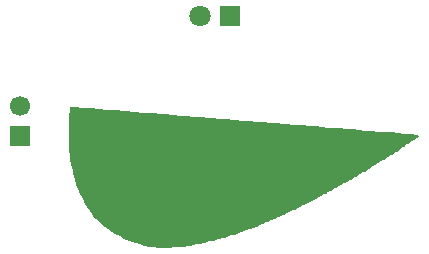
<source format=gbr>
%TF.GenerationSoftware,KiCad,Pcbnew,9.0.1*%
%TF.CreationDate,2025-05-08T10:03:41+02:00*%
%TF.ProjectId,smiley_example_pcb,736d696c-6579-45f6-9578-616d706c655f,rev?*%
%TF.SameCoordinates,Original*%
%TF.FileFunction,Copper,L1,Top*%
%TF.FilePolarity,Positive*%
%FSLAX46Y46*%
G04 Gerber Fmt 4.6, Leading zero omitted, Abs format (unit mm)*
G04 Created by KiCad (PCBNEW 9.0.1) date 2025-05-08 10:03:41*
%MOMM*%
%LPD*%
G01*
G04 APERTURE LIST*
%TA.AperFunction,EtchedComponent*%
%ADD10C,0.000000*%
%TD*%
%TA.AperFunction,ComponentPad*%
%ADD11R,1.700000X1.700000*%
%TD*%
%TA.AperFunction,ComponentPad*%
%ADD12C,1.700000*%
%TD*%
%TA.AperFunction,ComponentPad*%
%ADD13R,1.800000X1.800000*%
%TD*%
%TA.AperFunction,ComponentPad*%
%ADD14C,1.800000*%
%TD*%
G04 APERTURE END LIST*
D10*
%TA.AperFunction,EtchedComponent*%
%TO.C,*%
G36*
X35144000Y-58488000D02*
G01*
X35788000Y-58533000D01*
X36390000Y-58600000D01*
X37231000Y-58685000D01*
X37780000Y-58719000D01*
X38227000Y-58743000D01*
X38560000Y-58761000D01*
X38825000Y-58779000D01*
X39066000Y-58799000D01*
X39330000Y-58826000D01*
X39662000Y-58864000D01*
X39960000Y-58898000D01*
X40352000Y-58938000D01*
X40782000Y-58969000D01*
X41308000Y-58996000D01*
X41400000Y-59000000D01*
X41713000Y-59015000D01*
X42005000Y-59032000D01*
X42140000Y-59041000D01*
X42286000Y-59053000D01*
X42431000Y-59067000D01*
X42616000Y-59087000D01*
X42882000Y-59117000D01*
X43230000Y-59158000D01*
X43611000Y-59198000D01*
X44019000Y-59229000D01*
X44514000Y-59255000D01*
X44630000Y-59260000D01*
X45197000Y-59289000D01*
X45651000Y-59322000D01*
X45830000Y-59340000D01*
X46001000Y-59360000D01*
X46257000Y-59390000D01*
X46410000Y-59408000D01*
X46842000Y-59455000D01*
X47240000Y-59488000D01*
X47688000Y-59513000D01*
X47840000Y-59520000D01*
X48690000Y-59570000D01*
X49415000Y-59638000D01*
X49510000Y-59650000D01*
X49988000Y-59705000D01*
X50456000Y-59746000D01*
X50986000Y-59778000D01*
X51230000Y-59790000D01*
X51663000Y-59811000D01*
X51996000Y-59832000D01*
X52290000Y-59857000D01*
X52605000Y-59891000D01*
X52850000Y-59920000D01*
X53210000Y-59962000D01*
X53511000Y-59992000D01*
X53813000Y-60015000D01*
X54176000Y-60036000D01*
X54460000Y-60050000D01*
X54933000Y-60073000D01*
X55299000Y-60096000D01*
X55612000Y-60123000D01*
X55927000Y-60157000D01*
X56040000Y-60171000D01*
X56556000Y-60230000D01*
X56991000Y-60270000D01*
X57422000Y-60297000D01*
X57470000Y-60300000D01*
X58162000Y-60337000D01*
X58703000Y-60372000D01*
X59106000Y-60408000D01*
X59220000Y-60420000D01*
X59677000Y-60475000D01*
X60031000Y-60513000D01*
X60336000Y-60540000D01*
X60647000Y-60560000D01*
X61020000Y-60578000D01*
X61070000Y-60580000D01*
X61567000Y-60606000D01*
X62040000Y-60639000D01*
X62433000Y-60674000D01*
X62570000Y-60690000D01*
X62950000Y-60738000D01*
X63230000Y-60768000D01*
X63470000Y-60787000D01*
X63710000Y-60798000D01*
X64003000Y-60815000D01*
X64170000Y-60845000D01*
X64244000Y-60900000D01*
X64260000Y-60978000D01*
X64217000Y-61060000D01*
X64058000Y-61137000D01*
X64056000Y-61138000D01*
X63879000Y-61220000D01*
X63806000Y-61265000D01*
X63648000Y-61360000D01*
X63610000Y-61378000D01*
X63457000Y-61475000D01*
X63430000Y-61498000D01*
X63293000Y-61599000D01*
X63206000Y-61649000D01*
X63073000Y-61732000D01*
X63031000Y-61771000D01*
X62943000Y-61848000D01*
X62875000Y-61891000D01*
X62730000Y-61996000D01*
X62685000Y-62041000D01*
X62554000Y-62144000D01*
X62510000Y-62168000D01*
X62347000Y-62267000D01*
X62304000Y-62301000D01*
X62146000Y-62405000D01*
X62070000Y-62441000D01*
X61913000Y-62528000D01*
X61859000Y-62571000D01*
X61721000Y-62663000D01*
X61641000Y-62701000D01*
X61474000Y-62789000D01*
X61411000Y-62835000D01*
X61239000Y-62939000D01*
X61170000Y-62967000D01*
X61006000Y-63045000D01*
X60943000Y-63090000D01*
X60810000Y-63181000D01*
X60740000Y-63219000D01*
X60582000Y-63318000D01*
X60530000Y-63361000D01*
X60384000Y-63464000D01*
X60335000Y-63489000D01*
X60174000Y-63585000D01*
X60135000Y-63617000D01*
X59983000Y-63727000D01*
X59946000Y-63747000D01*
X59794000Y-63852000D01*
X59755000Y-63888000D01*
X59640000Y-63976000D01*
X59514000Y-64021000D01*
X59318000Y-64107000D01*
X59260000Y-64152000D01*
X59096000Y-64257000D01*
X59041000Y-64281000D01*
X58865000Y-64378000D01*
X58808000Y-64422000D01*
X58658000Y-64523000D01*
X58595000Y-64552000D01*
X58446000Y-64632000D01*
X58407000Y-64662000D01*
X58265000Y-64765000D01*
X58105000Y-64829000D01*
X57946000Y-64909000D01*
X57898000Y-64944000D01*
X57666000Y-65067000D01*
X57626000Y-65081000D01*
X57419000Y-65175000D01*
X57369000Y-65210000D01*
X57221000Y-65305000D01*
X57150000Y-65340000D01*
X56981000Y-65436000D01*
X56924000Y-65478000D01*
X56766000Y-65576000D01*
X56689000Y-65610000D01*
X56484000Y-65717000D01*
X56439000Y-65751000D01*
X56339000Y-65827000D01*
X56316000Y-65840000D01*
X56199000Y-65878000D01*
X56041000Y-65962000D01*
X55973000Y-66009000D01*
X55761000Y-66128000D01*
X55724000Y-66142000D01*
X55525000Y-66240000D01*
X55480000Y-66271000D01*
X55304000Y-66374000D01*
X55222000Y-66409000D01*
X55064000Y-66482000D01*
X55007000Y-66520000D01*
X54865000Y-66616000D01*
X54689000Y-66672000D01*
X54421000Y-66797000D01*
X54240000Y-66895000D01*
X54168000Y-66922000D01*
X53964000Y-67000000D01*
X53890000Y-67060000D01*
X53699000Y-67174000D01*
X53597000Y-67207000D01*
X53422000Y-67293000D01*
X53399000Y-67311000D01*
X53247000Y-67415000D01*
X53066000Y-67471000D01*
X52800000Y-67590000D01*
X52512000Y-67720000D01*
X52353000Y-67768000D01*
X52241000Y-67829000D01*
X52181000Y-67871000D01*
X52014000Y-67953000D01*
X51930000Y-67980000D01*
X51771000Y-68029000D01*
X51661000Y-68085000D01*
X51590000Y-68131000D01*
X51410000Y-68216000D01*
X51283000Y-68258000D01*
X51040000Y-68350000D01*
X50958000Y-68399000D01*
X50722000Y-68511000D01*
X50676000Y-68523000D01*
X50421000Y-68628000D01*
X50383000Y-68653000D01*
X50283000Y-68718000D01*
X50194000Y-68752000D01*
X50041000Y-68781000D01*
X49981000Y-68791000D01*
X49819000Y-68823000D01*
X49706000Y-68869000D01*
X49600000Y-68931000D01*
X49385000Y-69020000D01*
X49282000Y-69048000D01*
X49095000Y-69102000D01*
X48992000Y-69143000D01*
X48790000Y-69243000D01*
X48622000Y-69293000D01*
X48536000Y-69309000D01*
X48336000Y-69351000D01*
X48119000Y-69426000D01*
X47970000Y-69486000D01*
X47804000Y-69537000D01*
X47616000Y-69577000D01*
X47331000Y-69647000D01*
X47196000Y-69701000D01*
X46913000Y-69798000D01*
X46850000Y-69811000D01*
X46640000Y-69845000D01*
X46491000Y-69869000D01*
X46264000Y-69920000D01*
X46051000Y-69982000D01*
X45692000Y-70075000D01*
X45524000Y-70101000D01*
X45338000Y-70126000D01*
X45216000Y-70146000D01*
X45085000Y-70175000D01*
X44873000Y-70225000D01*
X44860000Y-70228000D01*
X44617000Y-70282000D01*
X44393000Y-70317000D01*
X44128000Y-70341000D01*
X43770000Y-70360000D01*
X43451000Y-70375000D01*
X43145000Y-70392000D01*
X43010000Y-70400000D01*
X42814000Y-70412000D01*
X42706000Y-70417000D01*
X42700000Y-70417000D01*
X42650000Y-70408000D01*
X42555000Y-70402000D01*
X42348000Y-70391000D01*
X42107000Y-70381000D01*
X41778000Y-70364000D01*
X41544000Y-70340000D01*
X41338000Y-70300000D01*
X41095000Y-70231000D01*
X41063000Y-70222000D01*
X40821000Y-70156000D01*
X40614000Y-70110000D01*
X40613000Y-70110000D01*
X40324000Y-70024000D01*
X40249000Y-69990000D01*
X40035000Y-69899000D01*
X39790000Y-69835000D01*
X39716000Y-69820000D01*
X39498000Y-69730000D01*
X39476000Y-69716000D01*
X39292000Y-69619000D01*
X39218000Y-69589000D01*
X39051000Y-69524000D01*
X38936000Y-69448000D01*
X38911000Y-69426000D01*
X38759000Y-69340000D01*
X38721000Y-69327000D01*
X38514000Y-69243000D01*
X38426000Y-69179000D01*
X38302000Y-69098000D01*
X38231000Y-69060000D01*
X38091000Y-68973000D01*
X38055000Y-68937000D01*
X37953000Y-68848000D01*
X37878000Y-68799000D01*
X37710000Y-68685000D01*
X37648000Y-68635000D01*
X37501000Y-68522000D01*
X37455000Y-68493000D01*
X37368000Y-68433000D01*
X37360000Y-68422000D01*
X37311000Y-68359000D01*
X37205000Y-68244000D01*
X37029000Y-68059000D01*
X36910000Y-67931000D01*
X36760000Y-67770000D01*
X36668000Y-67674000D01*
X36549000Y-67526000D01*
X36513000Y-67467000D01*
X36413000Y-67310000D01*
X36380000Y-67270000D01*
X36274000Y-67123000D01*
X36251000Y-67082000D01*
X36156000Y-66939000D01*
X36114000Y-66888000D01*
X36001000Y-66723000D01*
X35974000Y-66665000D01*
X35886000Y-66497000D01*
X35853000Y-66450000D01*
X35766000Y-66305000D01*
X35751000Y-66269000D01*
X35695000Y-66108000D01*
X35689000Y-66093000D01*
X35616000Y-65953000D01*
X35579000Y-65898000D01*
X35451000Y-65627000D01*
X35449000Y-65620000D01*
X35370000Y-65401000D01*
X35319000Y-65286000D01*
X35234000Y-65073000D01*
X35190000Y-64924000D01*
X35136000Y-64732000D01*
X35098000Y-64628000D01*
X34987000Y-64312000D01*
X34949000Y-64120000D01*
X34906000Y-63881000D01*
X34843000Y-63578000D01*
X34780000Y-63304000D01*
X34768000Y-63256000D01*
X34704000Y-62937000D01*
X34664000Y-62535000D01*
X34660000Y-62486000D01*
X34641000Y-62190000D01*
X34621000Y-61905000D01*
X34619000Y-61870000D01*
X34601000Y-61515000D01*
X34589000Y-61088000D01*
X34584000Y-60648000D01*
X34587000Y-60254000D01*
X34597000Y-59980000D01*
X34614000Y-59695000D01*
X34632000Y-59348000D01*
X34641000Y-59150000D01*
X34656000Y-58883000D01*
X34672000Y-58683000D01*
X34683000Y-58605000D01*
X34730000Y-58526000D01*
X34833000Y-58489000D01*
X35037000Y-58484000D01*
X35144000Y-58488000D01*
G37*
%TD.AperFunction*%
%TD*%
D11*
%TO.P,SW1,1,A*%
%TO.N,Net-(D1-A)*%
X30480000Y-60960000D03*
D12*
%TO.P,SW1,2,B*%
%TO.N,Net-(BT1-+)*%
X30480000Y-58420000D03*
%TD*%
D13*
%TO.P,D1,1,K*%
%TO.N,Net-(BT1--)*%
X48260000Y-50800000D03*
D14*
%TO.P,D1,2,A*%
%TO.N,Net-(D1-A)*%
X45720000Y-50800000D03*
%TD*%
M02*

</source>
